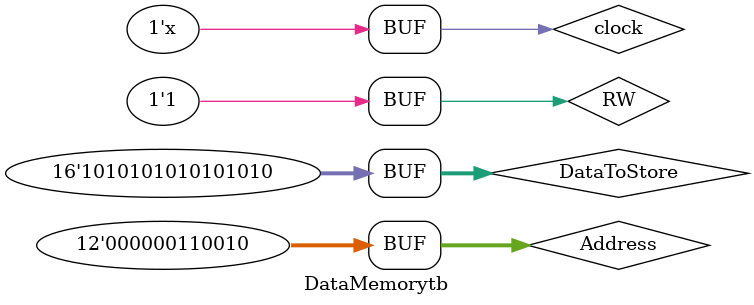
<source format=v>
`timescale 1ns / 1ps


module DataMemorytb;

	// Inputs
	reg [11:0] Address;
	reg [15:0] DataToStore;
	reg clock;
	reg RW;

	// Outputs
	wire [15:0] Content;

	// Instantiate the Unit Under Test (UUT)
	DataMemory uut (
		.Address(Address), 
		.DataToStore(DataToStore), 
		.clock(clock), 
		.RW(RW), 
		.Content(Content)
	);

	initial begin
		// Initialize Inputs
		Address = 0;
		DataToStore = 0;
		clock = 0;
		RW = 0;

		// Wait 100 ns for global reset to finish
		#100;
        
		// Add stimulus here
		RW =0; //write
		Address = 50;
		DataToStore = 16'hAAAA;
		#100;
		RW=1;
		Address = 50;
	end
	
	always #50 clock = ~clock;
      
endmodule


</source>
